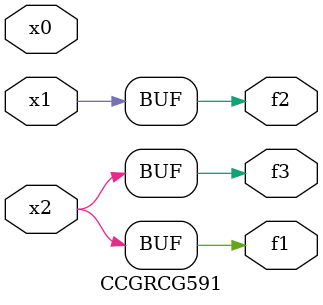
<source format=v>
module CCGRCG591(
	input x0, x1, x2,
	output f1, f2, f3
);
	assign f1 = x2;
	assign f2 = x1;
	assign f3 = x2;
endmodule

</source>
